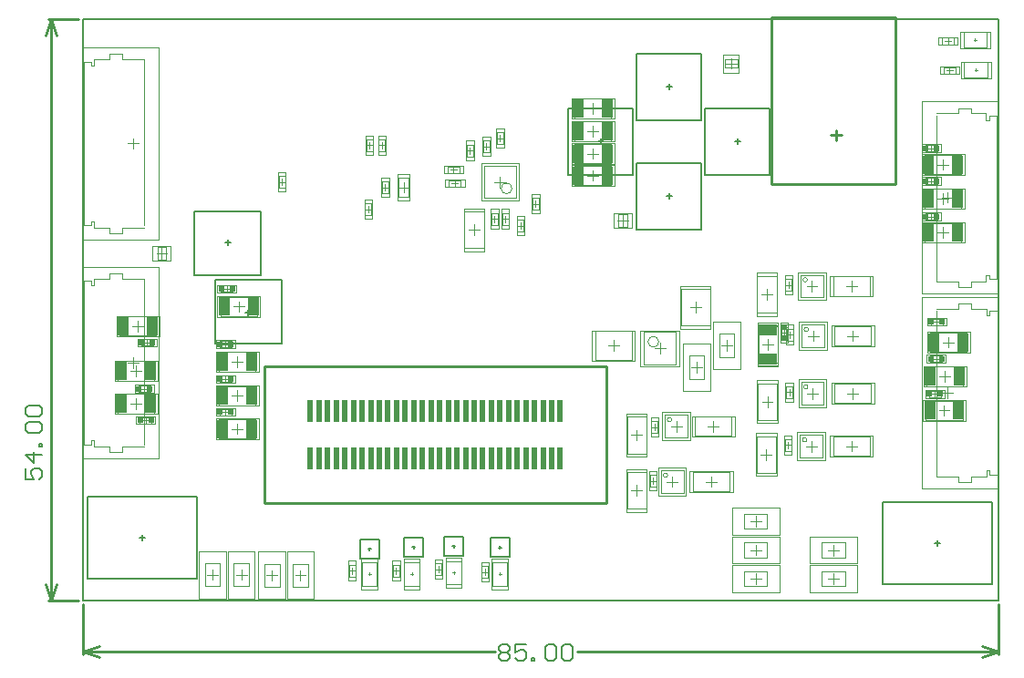
<source format=gbp>
G04 Layer_Color=128*
%FSLAX25Y25*%
%MOIN*%
G70*
G01*
G75*
%ADD18R,0.06693X0.04331*%
%ADD19R,0.04331X0.06693*%
%ADD23R,0.01968X0.02362*%
%ADD27R,0.02362X0.01968*%
%ADD42C,0.00500*%
%ADD44C,0.00394*%
%ADD45C,0.01000*%
%ADD46C,0.00197*%
%ADD47C,0.00787*%
%ADD48C,0.00600*%
%ADD76R,0.01968X0.07874*%
D18*
X250500Y88370D02*
D03*
Y99000D02*
D03*
D19*
X61815Y87331D02*
D03*
X51185D02*
D03*
X191815Y163500D02*
D03*
X181185D02*
D03*
Y180000D02*
D03*
X191815D02*
D03*
Y155500D02*
D03*
X181185D02*
D03*
Y171728D02*
D03*
X191815D02*
D03*
X61815Y62831D02*
D03*
X51185D02*
D03*
X62307Y107537D02*
D03*
X51677D02*
D03*
X61815Y74961D02*
D03*
X51185D02*
D03*
X319827Y159500D02*
D03*
X309197D02*
D03*
X319827Y147000D02*
D03*
X309197D02*
D03*
X319827Y134615D02*
D03*
X309197D02*
D03*
X320252Y69543D02*
D03*
X309622D02*
D03*
X320500Y82000D02*
D03*
X309870D02*
D03*
X14899Y100445D02*
D03*
X25529D02*
D03*
X14185Y84000D02*
D03*
X24815D02*
D03*
X14223Y72000D02*
D03*
X24853D02*
D03*
X321815Y94500D02*
D03*
X311185D02*
D03*
D23*
X256500Y96031D02*
D03*
Y99968D02*
D03*
D27*
X54138Y93831D02*
D03*
X50201D02*
D03*
X54138Y69000D02*
D03*
X50201D02*
D03*
X54630Y114037D02*
D03*
X50693D02*
D03*
X54138Y81134D02*
D03*
X50201D02*
D03*
X312150Y165500D02*
D03*
X308213D02*
D03*
X312150Y153500D02*
D03*
X308213D02*
D03*
X312150Y140500D02*
D03*
X308213D02*
D03*
X313469Y75543D02*
D03*
X309531D02*
D03*
X313968Y88500D02*
D03*
X310032D02*
D03*
X21531Y94445D02*
D03*
X25469D02*
D03*
X20531Y77500D02*
D03*
X24468D02*
D03*
X21069Y66000D02*
D03*
X25006D02*
D03*
X314138Y102000D02*
D03*
X310201D02*
D03*
D42*
X4380Y37900D02*
X41900D01*
X1900Y10302D02*
Y37900D01*
Y7900D02*
X37550D01*
X41900D01*
Y36286D02*
Y37900D01*
X1900D02*
X4380D01*
X1900Y7900D02*
Y10302D01*
X41900Y7900D02*
Y36286D01*
X21900Y21916D02*
Y23884D01*
X20916Y22900D02*
X22884D01*
X53000Y130017D02*
Y132017D01*
X52000Y131017D02*
X54000D01*
X65205Y119017D02*
Y142517D01*
X40795D02*
X65205D01*
X40795Y119017D02*
Y142517D01*
Y119017D02*
X65205D01*
X60500Y104500D02*
Y106500D01*
X59500Y105500D02*
X61500D01*
X48295Y94000D02*
Y117500D01*
Y94000D02*
X72705D01*
Y117500D01*
X48295D02*
X72705D01*
X213600Y147889D02*
X215600D01*
X214600Y146889D02*
Y148889D01*
X202600Y135684D02*
X226100D01*
Y160094D01*
X202600D02*
X226100D01*
X202600Y135684D02*
Y160094D01*
X238600Y167889D02*
X240600D01*
X239600Y166889D02*
Y168889D01*
X227600Y155684D02*
X251100D01*
Y180094D01*
X227600D02*
X251100D01*
X227600Y155684D02*
Y180094D01*
X188600Y167889D02*
X190600D01*
X189600Y166889D02*
Y168889D01*
X177600Y155684D02*
X201100D01*
Y180094D01*
X177600D02*
X201100D01*
X177600Y155684D02*
Y180094D01*
X213600Y187889D02*
X215600D01*
X214600Y186889D02*
Y188889D01*
X202600Y175684D02*
X226100D01*
Y200094D01*
X202600D02*
X226100D01*
X202600Y175684D02*
Y200094D01*
X104925Y18500D02*
Y19500D01*
X104425Y19000D02*
X105425D01*
X108425Y15500D02*
Y22500D01*
X101425Y15500D02*
X108425D01*
X101425D02*
Y22500D01*
X108425D01*
X294980Y36000D02*
X332500D01*
X292500Y8402D02*
Y36000D01*
Y6000D02*
X328150D01*
X332500D01*
Y34386D02*
Y36000D01*
X292500D02*
X294980D01*
X292500Y6000D02*
Y8402D01*
X332500Y6000D02*
Y34386D01*
X312500Y20016D02*
Y21984D01*
X311516Y21000D02*
X313484D01*
X152500Y19000D02*
Y20000D01*
X152000Y19500D02*
X153000D01*
X156000Y16000D02*
Y23000D01*
X149000Y16000D02*
X156000D01*
X149000D02*
Y23000D01*
X156000D01*
X121075Y19075D02*
Y20075D01*
X120575Y19575D02*
X121575D01*
X124575Y16075D02*
Y23075D01*
X117575Y16075D02*
X124575D01*
X117575D02*
Y23075D01*
X124575D01*
X135685Y19425D02*
Y20425D01*
X135185Y19925D02*
X136185D01*
X139185Y16425D02*
Y23425D01*
X132185Y16425D02*
X139185D01*
X132185D02*
Y23425D01*
X139185D01*
D44*
X56500Y85363D02*
Y89300D01*
X54532Y87331D02*
X58469D01*
X48626Y91072D02*
X64374D01*
X48626Y83591D02*
X64374D01*
Y91072D01*
X48626Y83591D02*
Y91072D01*
X55713Y92453D02*
Y95209D01*
X48626Y92453D02*
Y95209D01*
X55713D01*
X48626Y92453D02*
X55713D01*
X50988Y93831D02*
X53350D01*
X52169Y92650D02*
Y95013D01*
X194374Y159760D02*
Y167240D01*
X178626Y159760D02*
X194374D01*
X178626Y167240D02*
X194374D01*
X178626Y159760D02*
Y167240D01*
X184531Y163500D02*
X188469D01*
X186500Y161531D02*
Y165469D01*
Y178032D02*
Y181968D01*
X184531Y180000D02*
X188469D01*
X178626Y176260D02*
X194374D01*
X178626Y183740D02*
X194374D01*
X178626Y176260D02*
Y183740D01*
X194374Y176260D02*
Y183740D01*
Y151760D02*
Y159240D01*
X178626Y151760D02*
X194374D01*
X178626Y159240D02*
X194374D01*
X178626Y151760D02*
Y159240D01*
X184531Y155500D02*
X188469D01*
X186500Y153532D02*
Y157468D01*
Y169760D02*
Y173697D01*
X184531Y171728D02*
X188469D01*
X178626Y167988D02*
X194374D01*
X178626Y175468D02*
X194374D01*
X178626Y167988D02*
Y175468D01*
X194374Y167988D02*
Y175468D01*
X56500Y60863D02*
Y64800D01*
X54532Y62831D02*
X58469D01*
X48626Y66572D02*
X64374D01*
X48626Y59091D02*
X64374D01*
Y66572D01*
X48626Y59091D02*
Y66572D01*
X55713Y67622D02*
Y70378D01*
X48626Y67622D02*
Y70378D01*
X55713D01*
X48626Y67622D02*
X55713D01*
X50988Y69000D02*
X53350D01*
X52169Y67819D02*
Y70181D01*
X56205Y112659D02*
Y115415D01*
X49118Y112659D02*
Y115415D01*
X56205D01*
X49118Y112659D02*
X56205D01*
X51480Y114037D02*
X53843D01*
X52661Y112856D02*
Y115218D01*
X56992Y105569D02*
Y109505D01*
X55024Y107537D02*
X58961D01*
X49118Y111277D02*
X64866D01*
X49118Y103797D02*
X64866D01*
Y111277D01*
X49118Y103797D02*
Y111277D01*
X55713Y79756D02*
Y82512D01*
X48626Y79756D02*
Y82512D01*
X55713D01*
X48626Y79756D02*
X55713D01*
X50988Y81134D02*
X53350D01*
X52169Y79953D02*
Y82315D01*
X56500Y72992D02*
Y76929D01*
X54532Y74961D02*
X58469D01*
X48626Y78701D02*
X64374D01*
X48626Y71220D02*
X64374D01*
Y78701D01*
X48626Y71220D02*
Y78701D01*
X313724Y164122D02*
Y166878D01*
X306638Y164122D02*
Y166878D01*
X313724D01*
X306638Y164122D02*
X313724D01*
X309000Y165500D02*
X311362D01*
X310181Y164319D02*
Y166681D01*
X314512Y157531D02*
Y161469D01*
X312543Y159500D02*
X316480D01*
X306638Y163240D02*
X322386D01*
X306638Y155760D02*
X322386D01*
Y163240D01*
X306638Y155760D02*
Y163240D01*
X313724Y152122D02*
Y154878D01*
X306638Y152122D02*
Y154878D01*
X313724D01*
X306638Y152122D02*
X313724D01*
X309000Y153500D02*
X311362D01*
X310181Y152319D02*
Y154681D01*
X314512Y145031D02*
Y148969D01*
X312543Y147000D02*
X316480D01*
X306638Y150740D02*
X322386D01*
X306638Y143260D02*
X322386D01*
Y150740D01*
X306638Y143260D02*
Y150740D01*
X313724Y139122D02*
Y141878D01*
X306638Y139122D02*
Y141878D01*
X313724D01*
X306638Y139122D02*
X313724D01*
X309000Y140500D02*
X311362D01*
X310181Y139319D02*
Y141681D01*
X314512Y132647D02*
Y136583D01*
X312543Y134615D02*
X316480D01*
X306638Y138355D02*
X322386D01*
X306638Y130875D02*
X322386D01*
Y138355D01*
X306638Y130875D02*
Y138355D01*
X255122Y94457D02*
X257878D01*
X255122Y101543D02*
X257878D01*
Y94457D02*
Y101543D01*
X255122Y94457D02*
Y101543D01*
X256500Y96819D02*
Y99181D01*
X255319Y98000D02*
X257681D01*
X248532Y93685D02*
X252468D01*
X250500Y91716D02*
Y95653D01*
X254240Y85811D02*
Y101559D01*
X246760Y85811D02*
Y101559D01*
Y85811D02*
X254240D01*
X246760Y101559D02*
X254240D01*
X64279Y17861D02*
X74121D01*
X64279Y539D02*
X74121D01*
Y17861D01*
X64279Y539D02*
Y17861D01*
X69200Y7231D02*
Y11169D01*
X67232Y9200D02*
X71169D01*
X74679Y17861D02*
X84521D01*
X74679Y539D02*
X84521D01*
Y17861D01*
X74679Y539D02*
Y17861D01*
X79600Y7231D02*
Y11169D01*
X77631Y9200D02*
X81568D01*
X53079Y18161D02*
X62921D01*
X53079Y839D02*
X62921D01*
Y18161D01*
X53079Y839D02*
Y18161D01*
X58000Y7531D02*
Y11468D01*
X56032Y9500D02*
X59969D01*
X265839Y3079D02*
Y12921D01*
X283161Y3079D02*
Y12921D01*
X265839D02*
X283161D01*
X265839Y3079D02*
X283161D01*
X272532Y8000D02*
X276468D01*
X274500Y6032D02*
Y9968D01*
X42579Y18161D02*
X52421D01*
X42579Y839D02*
X52421D01*
Y18161D01*
X42579Y839D02*
Y18161D01*
X47500Y7531D02*
Y11468D01*
X45531Y9500D02*
X49468D01*
X265839Y13542D02*
Y23384D01*
X283161Y13542D02*
Y23384D01*
X265839D02*
X283161D01*
X265839Y13542D02*
X283161D01*
X272532Y18463D02*
X276468D01*
X274500Y16495D02*
Y20432D01*
X265032Y96835D02*
X268969D01*
X267000Y94866D02*
Y98803D01*
X248532Y93835D02*
X252468D01*
X250500Y91866D02*
Y95803D01*
X254240Y85961D02*
Y101709D01*
X246760Y85961D02*
Y101709D01*
X254240D01*
X246760Y85961D02*
X254240D01*
X281500Y94874D02*
Y98811D01*
X279532Y96842D02*
X283469D01*
X273626Y100583D02*
X289374D01*
X273626Y93102D02*
X289374D01*
X273626D02*
Y100583D01*
X289374Y93102D02*
Y100583D01*
X103156Y143115D02*
X105518D01*
X104337Y141934D02*
Y144296D01*
X102959Y139572D02*
Y146658D01*
X105715Y139572D02*
Y146658D01*
X102959Y139572D02*
X105715D01*
X102959Y146658D02*
X105715D01*
X71719Y153084D02*
X74081D01*
X72900Y151902D02*
Y154265D01*
X74278Y149540D02*
Y156627D01*
X71522Y149540D02*
Y156627D01*
X74278D01*
X71522Y149540D02*
X74278D01*
X115530Y151178D02*
X119270D01*
X117400Y149308D02*
Y153048D01*
X115235Y146453D02*
Y155902D01*
X119565Y146453D02*
Y155902D01*
X115235Y146453D02*
X119565D01*
X115235Y155902D02*
X119565D01*
X109432Y151115D02*
X111794D01*
X110613Y149934D02*
Y152296D01*
X111990Y147572D02*
Y154658D01*
X109235Y147572D02*
Y154658D01*
X111990D01*
X109235Y147572D02*
X111990D01*
X103719Y166615D02*
X106081D01*
X104900Y165434D02*
Y167796D01*
X103522Y163072D02*
Y170158D01*
X106278Y163072D02*
Y170158D01*
X103522Y163072D02*
X106278D01*
X103522Y170158D02*
X106278D01*
X108219Y166615D02*
X110581D01*
X109400Y165434D02*
Y167796D01*
X110778Y163072D02*
Y170158D01*
X108022Y163072D02*
Y170158D01*
X110778D01*
X108022Y163072D02*
X110778D01*
X152579Y151178D02*
Y155115D01*
X150610Y153147D02*
X154547D01*
X139122Y156269D02*
Y159024D01*
X132035Y156269D02*
Y159024D01*
Y156269D02*
X139122D01*
X132035Y159024D02*
X139122D01*
X134398Y157647D02*
X136760D01*
X135579Y156465D02*
Y158827D01*
X151201Y165603D02*
X153957D01*
X151201Y172690D02*
X153957D01*
X151201Y165603D02*
Y172690D01*
X153957Y165603D02*
Y172690D01*
X152579Y167965D02*
Y170328D01*
X151398Y169147D02*
X153760D01*
X153169Y136103D02*
X155925D01*
X153169Y143190D02*
X155925D01*
X153169Y136103D02*
Y143190D01*
X155925Y136103D02*
Y143190D01*
X154547Y138465D02*
Y140828D01*
X153366Y139646D02*
X155728D01*
X132535Y151268D02*
Y154024D01*
X139622Y151268D02*
Y154024D01*
X132535D02*
X139622D01*
X132535Y151268D02*
X139622D01*
X134898Y152647D02*
X137260D01*
X136079Y151465D02*
Y153828D01*
X140201Y168190D02*
X142957D01*
X140201Y161103D02*
X142957D01*
Y168190D01*
X140201Y161103D02*
Y168190D01*
X141579Y163465D02*
Y165828D01*
X140398Y164646D02*
X142760D01*
X141110Y135646D02*
X145047D01*
X143079Y133678D02*
Y137615D01*
X146819Y127772D02*
Y143520D01*
X139339Y127772D02*
Y143520D01*
X146819D01*
X139339Y127772D02*
X146819D01*
X149232Y136103D02*
X151988D01*
X149232Y143190D02*
X151988D01*
X149232Y136103D02*
Y143190D01*
X151988Y136103D02*
Y143190D01*
X150610Y138465D02*
Y140828D01*
X149429Y139646D02*
X151791D01*
X158701Y133603D02*
X161457D01*
X158701Y140690D02*
X161457D01*
X158701Y133603D02*
Y140690D01*
X161457Y133603D02*
Y140690D01*
X160079Y135965D02*
Y138328D01*
X158898Y137146D02*
X161260D01*
X164201Y148690D02*
X166957D01*
X164201Y141603D02*
X166957D01*
Y148690D01*
X164201Y141603D02*
Y148690D01*
X165579Y143965D02*
Y146328D01*
X164398Y145147D02*
X166760D01*
X146201Y162603D02*
X148957D01*
X146201Y169690D02*
X148957D01*
X146201Y162603D02*
Y169690D01*
X148957Y162603D02*
Y169690D01*
X147579Y164965D02*
Y167328D01*
X146398Y166147D02*
X148760D01*
X145622Y14043D02*
X148378D01*
X145622Y6957D02*
X148378D01*
Y14043D01*
X145622Y6957D02*
Y14043D01*
X147000Y9319D02*
Y11681D01*
X145819Y10500D02*
X148181D01*
X149547Y4188D02*
Y15212D01*
X155453Y4188D02*
Y15212D01*
X149547Y4188D02*
X155453D01*
X149547Y15212D02*
X155453D01*
X152500Y9200D02*
Y10200D01*
X152000Y9700D02*
X153000D01*
X195531Y139000D02*
X199469D01*
X197500Y137031D02*
Y140969D01*
X237000Y194532D02*
Y198468D01*
X235032Y196500D02*
X238968D01*
X211000Y90332D02*
Y94269D01*
X209032Y92300D02*
X212968D01*
X320443Y192522D02*
Y195278D01*
X313357Y192522D02*
Y195278D01*
Y192522D02*
X320443D01*
X313357Y195278D02*
X320443D01*
X315719Y193900D02*
X318081D01*
X316900Y192719D02*
Y195081D01*
X319943Y203322D02*
Y206078D01*
X312857Y203322D02*
Y206078D01*
Y203322D02*
X319943D01*
X312857Y206078D02*
X319943D01*
X315219Y204700D02*
X317581D01*
X316400Y203519D02*
Y205881D01*
X128622Y15043D02*
X131378D01*
X128622Y7957D02*
X131378D01*
Y15043D01*
X128622Y7957D02*
Y15043D01*
X130000Y10319D02*
Y12681D01*
X128819Y11500D02*
X131181D01*
X113201Y14543D02*
X115957D01*
X113201Y7457D02*
X115957D01*
Y14543D01*
X113201Y7457D02*
Y14543D01*
X114579Y9819D02*
Y12181D01*
X113398Y11000D02*
X115760D01*
X97122Y14543D02*
X99878D01*
X97122Y7457D02*
X99878D01*
Y14543D01*
X97122Y7457D02*
Y14543D01*
X98500Y9819D02*
Y12181D01*
X97319Y11000D02*
X99681D01*
X219579Y93961D02*
X229421D01*
X219579Y76639D02*
X229421D01*
Y93961D01*
X219579Y76639D02*
Y93961D01*
X224500Y83332D02*
Y87269D01*
X222532Y85300D02*
X226468D01*
X230579Y84639D02*
X240421D01*
X230579Y101961D02*
X240421D01*
X230579Y84639D02*
Y101961D01*
X240421Y84639D02*
Y101961D01*
X235500Y91331D02*
Y95268D01*
X233531Y93300D02*
X237469D01*
X132714Y4688D02*
Y15712D01*
X138619Y4688D02*
Y15712D01*
X132714Y4688D02*
X138619D01*
X132714Y15712D02*
X138619D01*
X135667Y9700D02*
Y10700D01*
X135167Y10200D02*
X136167D01*
X117381Y4188D02*
Y15212D01*
X123286Y4188D02*
Y15212D01*
X117381Y4188D02*
X123286D01*
X117381Y15212D02*
X123286D01*
X120333Y9200D02*
Y10200D01*
X119833Y9700D02*
X120833D01*
X101847Y4188D02*
Y15212D01*
X107753Y4188D02*
Y15212D01*
X101847Y4188D02*
X107753D01*
X101847Y15212D02*
X107753D01*
X104800Y9200D02*
Y10200D01*
X104300Y9700D02*
X105300D01*
X194000Y91316D02*
Y95253D01*
X192032Y93284D02*
X195968D01*
X186126Y87773D02*
X201874D01*
X186126Y98796D02*
X201874D01*
Y87773D02*
Y98796D01*
X186126Y87773D02*
Y98796D01*
X222031Y107300D02*
X225969D01*
X224000Y105332D02*
Y109268D01*
X218488Y99426D02*
Y115174D01*
X229512Y99426D02*
Y115174D01*
X218488Y99426D02*
X229512D01*
X218488Y115174D02*
X229512D01*
X320688Y208053D02*
X331712D01*
X320688Y202147D02*
X331712D01*
X320688D02*
Y208053D01*
X331712Y202147D02*
Y208053D01*
X325700Y205100D02*
X326700D01*
X326200Y204600D02*
Y205600D01*
X320988Y197053D02*
X332012D01*
X320988Y191147D02*
X332012D01*
X320988D02*
Y197053D01*
X332012Y191147D02*
Y197053D01*
X326000Y194100D02*
X327000D01*
X326500Y193600D02*
Y194600D01*
X281000Y113038D02*
Y116975D01*
X279031Y115006D02*
X282968D01*
X273126Y118746D02*
X288874D01*
X273126Y111266D02*
X288874D01*
X273126D02*
Y118746D01*
X288874Y111266D02*
Y118746D01*
X248131Y112006D02*
X252068D01*
X250100Y110038D02*
Y113975D01*
X253840Y104132D02*
Y119880D01*
X246360Y104132D02*
Y119880D01*
X253840D01*
X246360Y104132D02*
X253840D01*
X264632Y115006D02*
X268568D01*
X266600Y113038D02*
Y116975D01*
X264432Y56458D02*
X268369D01*
X266400Y54490D02*
Y58427D01*
X256522Y60502D02*
X259278D01*
X256522Y53415D02*
X259278D01*
Y60502D01*
X256522Y53415D02*
Y60502D01*
X257900Y55777D02*
Y58139D01*
X256719Y56958D02*
X259081D01*
X247932Y53458D02*
X251869D01*
X249900Y51490D02*
Y55427D01*
X253640Y45584D02*
Y61332D01*
X246160Y45584D02*
Y61332D01*
X253640D01*
X246160Y45584D02*
X253640D01*
X281000Y54532D02*
Y58469D01*
X279031Y56500D02*
X282968D01*
X273126Y60240D02*
X288874D01*
X273126Y52760D02*
X288874D01*
X273126D02*
Y60240D01*
X288874Y52760D02*
Y60240D01*
X281500Y73831D02*
Y77768D01*
X279532Y75800D02*
X283469D01*
X273626Y79540D02*
X289374D01*
X273626Y72060D02*
X289374D01*
X273626D02*
Y79540D01*
X289374Y72060D02*
Y79540D01*
X248331Y72800D02*
X252269D01*
X250300Y70832D02*
Y74769D01*
X254040Y64926D02*
Y80674D01*
X246560Y64926D02*
Y80674D01*
X254040D01*
X246560Y64926D02*
X254040D01*
X264831Y75800D02*
X268769D01*
X266800Y73831D02*
Y77768D01*
X16532Y87000D02*
X20469D01*
X18500Y85031D02*
Y88968D01*
X314134Y76102D02*
X318071D01*
X316102Y74134D02*
Y78071D01*
X316000Y145531D02*
Y149469D01*
X314032Y147500D02*
X317969D01*
X207122Y47394D02*
X209878D01*
X207122Y40307D02*
X209878D01*
Y47394D01*
X207122Y40307D02*
Y47394D01*
X208500Y42669D02*
Y45031D01*
X207319Y43850D02*
X209681D01*
X213531Y43500D02*
X217469D01*
X215500Y41532D02*
Y45469D01*
X207622Y67043D02*
X210378D01*
X207622Y59957D02*
X210378D01*
Y67043D01*
X207622Y59957D02*
Y67043D01*
X209000Y62319D02*
Y64681D01*
X207819Y63500D02*
X210181D01*
X200532Y60538D02*
X204468D01*
X202500Y58569D02*
Y62506D01*
X206240Y52664D02*
Y68412D01*
X198760Y52664D02*
Y68412D01*
X206240D01*
X198760Y52664D02*
X206240D01*
X257122Y100878D02*
X259878D01*
X257122Y93791D02*
X259878D01*
Y100878D01*
X257122Y93791D02*
Y100878D01*
X258500Y96153D02*
Y98516D01*
X257319Y97335D02*
X259681D01*
X256722Y119050D02*
X259478D01*
X256722Y111963D02*
X259478D01*
Y119050D01*
X256722Y111963D02*
Y119050D01*
X258100Y114325D02*
Y116687D01*
X256919Y115506D02*
X259281D01*
X256922Y79843D02*
X259678D01*
X256922Y72757D02*
X259678D01*
Y79843D01*
X256922Y72757D02*
Y79843D01*
X258300Y75119D02*
Y77481D01*
X257119Y76300D02*
X259481D01*
X200532Y40300D02*
X204468D01*
X202500Y38331D02*
Y42268D01*
X206240Y32426D02*
Y48174D01*
X198760Y32426D02*
Y48174D01*
X206240D01*
X198760Y32426D02*
X206240D01*
X230500Y61803D02*
Y65740D01*
X228532Y63772D02*
X232469D01*
X222626Y67512D02*
X238374D01*
X222626Y60031D02*
X238374D01*
X222626D02*
Y67512D01*
X238374Y60031D02*
Y67512D01*
X215032Y63772D02*
X218969D01*
X217000Y61803D02*
Y65740D01*
X229815Y41532D02*
Y45469D01*
X227847Y43500D02*
X231784D01*
X221941Y47240D02*
X237689D01*
X221941Y39760D02*
X237689D01*
X221941D02*
Y47240D01*
X237689Y39760D02*
Y47240D01*
X26961Y127075D02*
X30898D01*
X28929Y125106D02*
Y129043D01*
X18500Y165220D02*
Y169158D01*
X16532Y167189D02*
X20469D01*
X314937Y67575D02*
Y71512D01*
X312968Y69543D02*
X316905D01*
X307063Y73283D02*
X322811D01*
X307063Y65803D02*
X322811D01*
Y73283D01*
X307063Y65803D02*
Y73283D01*
X315043Y74165D02*
Y76921D01*
X307957Y74165D02*
Y76921D01*
X315043D01*
X307957Y74165D02*
X315043D01*
X310319Y75543D02*
X312681D01*
X311500Y74362D02*
Y76724D01*
X315185Y80032D02*
Y83969D01*
X313216Y82000D02*
X317154D01*
X307311Y85740D02*
X323059D01*
X307311Y78260D02*
X323059D01*
Y85740D01*
X307311Y78260D02*
Y85740D01*
X315543Y87122D02*
Y89878D01*
X308457Y87122D02*
Y89878D01*
X315543D01*
X308457Y87122D02*
X315543D01*
X310819Y88500D02*
X313181D01*
X312000Y87319D02*
Y89681D01*
X19957Y93067D02*
Y95823D01*
X27043Y93067D02*
Y95823D01*
X19957Y93067D02*
X27043D01*
X19957Y95823D02*
X27043D01*
X22319Y94445D02*
X24681D01*
X23500Y93264D02*
Y95626D01*
X20214Y98476D02*
Y102413D01*
X18246Y100445D02*
X22183D01*
X12340Y96705D02*
X28088D01*
X12340Y104185D02*
X28088D01*
X12340Y96705D02*
Y104185D01*
X28088Y96705D02*
Y104185D01*
X18957Y76122D02*
Y78878D01*
X26043Y76122D02*
Y78878D01*
X18957Y76122D02*
X26043D01*
X18957Y78878D02*
X26043D01*
X21319Y77500D02*
X23681D01*
X22500Y76319D02*
Y78681D01*
X19500Y82032D02*
Y85969D01*
X17531Y84000D02*
X21468D01*
X11626Y80260D02*
X27374D01*
X11626Y87740D02*
X27374D01*
X11626Y80260D02*
Y87740D01*
X27374Y80260D02*
Y87740D01*
X19494Y64622D02*
Y67378D01*
X26581Y64622D02*
Y67378D01*
X19494Y64622D02*
X26581D01*
X19494Y67378D02*
X26581D01*
X21857Y66000D02*
X24219D01*
X23038Y64819D02*
Y67181D01*
X19538Y70031D02*
Y73968D01*
X17569Y72000D02*
X21506D01*
X11664Y68260D02*
X27412D01*
X11664Y75740D02*
X27412D01*
X11664Y68260D02*
Y75740D01*
X27412Y68260D02*
Y75740D01*
X315713Y100622D02*
Y103378D01*
X308626Y100622D02*
Y103378D01*
X315713D01*
X308626Y100622D02*
X315713D01*
X310988Y102000D02*
X313350D01*
X312169Y100819D02*
Y103181D01*
X316500Y92532D02*
Y96469D01*
X314531Y94500D02*
X318468D01*
X308626Y98240D02*
X324374D01*
X308626Y90760D02*
X324374D01*
Y98240D01*
X308626Y90760D02*
Y98240D01*
X237339Y3079D02*
Y12921D01*
X254661Y3079D02*
Y12921D01*
X237339D02*
X254661D01*
X237339Y3079D02*
X254661D01*
X244032Y8000D02*
X247969D01*
X246000Y6032D02*
Y9968D01*
X237339Y13579D02*
Y23421D01*
X254661Y13579D02*
Y23421D01*
X237339D02*
X254661D01*
X237339Y13579D02*
X254661D01*
X244032Y18500D02*
X247969D01*
X246000Y16532D02*
Y20469D01*
X237339Y24079D02*
Y33921D01*
X254661Y24079D02*
Y33921D01*
X237339D02*
X254661D01*
X237339Y24079D02*
X254661D01*
X244032Y29000D02*
X247969D01*
X246000Y27031D02*
Y30968D01*
X265327Y99197D02*
G03*
X265327Y99197I-787J0D01*
G01*
X156909Y150784D02*
G03*
X156909Y150784I-1969J0D01*
G01*
X210606Y94662D02*
G03*
X210606Y94662I-1969J0D01*
G01*
X264927Y117368D02*
G03*
X264927Y117368I-787J0D01*
G01*
X264727Y58820D02*
G03*
X264727Y58820I-787J0D01*
G01*
X265127Y78162D02*
G03*
X265127Y78162I-787J0D01*
G01*
X213827Y45862D02*
G03*
X213827Y45862I-787J0D01*
G01*
X215327Y66134D02*
G03*
X215327Y66134I-787J0D01*
G01*
X49807Y90875D02*
X63193D01*
X49807Y83788D02*
X63193D01*
Y90875D01*
X49807Y83788D02*
Y90875D01*
X54335Y92650D02*
Y95013D01*
X50004Y92650D02*
Y95013D01*
X54335D01*
X50004Y92650D02*
X54335D01*
X193193Y159957D02*
Y167043D01*
X179807Y159957D02*
X193193D01*
X179807D02*
Y167043D01*
X193193D01*
X179807Y176457D02*
X193193D01*
X179807Y183543D02*
X193193D01*
X179807Y176457D02*
Y183543D01*
X193193Y176457D02*
Y183543D01*
Y151957D02*
Y159043D01*
X179807Y151957D02*
X193193D01*
X179807D02*
Y159043D01*
X193193D01*
X179807Y168185D02*
X193193D01*
X179807Y175272D02*
X193193D01*
X179807Y168185D02*
Y175272D01*
X193193Y168185D02*
Y175272D01*
X49807Y66375D02*
X63193D01*
X49807Y59288D02*
X63193D01*
Y66375D01*
X49807Y59288D02*
Y66375D01*
X54335Y67819D02*
Y70181D01*
X50004Y67819D02*
Y70181D01*
X54335D01*
X50004Y67819D02*
X54335D01*
X54827Y112856D02*
Y115218D01*
X50496Y112856D02*
Y115218D01*
X54827D01*
X50496Y112856D02*
X54827D01*
X50299Y111080D02*
X63685D01*
X50299Y103994D02*
X63685D01*
Y111080D01*
X50299Y103994D02*
Y111080D01*
X54335Y79953D02*
Y82315D01*
X50004Y79953D02*
Y82315D01*
X54335D01*
X50004Y79953D02*
X54335D01*
X49807Y78504D02*
X63193D01*
X49807Y71417D02*
X63193D01*
Y78504D01*
X49807Y71417D02*
Y78504D01*
X312346Y164319D02*
Y166681D01*
X308016Y164319D02*
Y166681D01*
X312346D01*
X308016Y164319D02*
X312346D01*
X307819Y163043D02*
X321205D01*
X307819Y155957D02*
X321205D01*
Y163043D01*
X307819Y155957D02*
Y163043D01*
X312346Y152319D02*
Y154681D01*
X308016Y152319D02*
Y154681D01*
X312346D01*
X308016Y152319D02*
X312346D01*
X307819Y150543D02*
X321205D01*
X307819Y143457D02*
X321205D01*
Y150543D01*
X307819Y143457D02*
Y150543D01*
X312346Y139319D02*
Y141681D01*
X308016Y139319D02*
Y141681D01*
X312346D01*
X308016Y139319D02*
X312346D01*
X307819Y138158D02*
X321205D01*
X307819Y131072D02*
X321205D01*
Y138158D01*
X307819Y131072D02*
Y138158D01*
X255319Y95835D02*
X257681D01*
X255319Y100165D02*
X257681D01*
Y95835D02*
Y100165D01*
X255319Y95835D02*
Y100165D01*
X254043Y86992D02*
Y100378D01*
X246957Y86992D02*
Y100378D01*
Y86992D02*
X254043D01*
X246957Y100378D02*
X254043D01*
X66444Y13432D02*
X71956D01*
X66444Y4968D02*
X71956D01*
Y13432D01*
X66444Y4968D02*
Y13432D01*
X76844D02*
X82356D01*
X76844Y4968D02*
X82356D01*
Y13432D01*
X76844Y4968D02*
Y13432D01*
X55244Y13732D02*
X60756D01*
X55244Y5268D02*
X60756D01*
Y13732D01*
X55244Y5268D02*
Y13732D01*
X270268Y5244D02*
Y10756D01*
X278732Y5244D02*
Y10756D01*
X270268D02*
X278732D01*
X270268Y5244D02*
X278732D01*
X44744Y13732D02*
X50256D01*
X44744Y5268D02*
X50256D01*
Y13732D01*
X44744Y5268D02*
Y13732D01*
X270268Y15707D02*
Y21219D01*
X278732Y15707D02*
Y21219D01*
X270268D02*
X278732D01*
X270268Y15707D02*
X278732D01*
X262866Y92701D02*
Y100969D01*
X271134Y92701D02*
Y100969D01*
X262866D02*
X271134D01*
X262866Y92701D02*
X271134D01*
X254043Y87142D02*
Y100528D01*
X246957Y87142D02*
Y100528D01*
X254043D01*
X246957Y87142D02*
X254043D01*
X274807Y100386D02*
X288193D01*
X274807Y93299D02*
X288193D01*
X274807D02*
Y100386D01*
X288193Y93299D02*
Y100386D01*
X103156Y140950D02*
Y145280D01*
X105518Y140950D02*
Y145280D01*
X103156Y140950D02*
X105518D01*
X103156Y145280D02*
X105518D01*
X74081Y150918D02*
Y155249D01*
X71719Y150918D02*
Y155249D01*
X74081D01*
X71719Y150918D02*
X74081D01*
X115530Y147733D02*
Y154623D01*
X119270Y147733D02*
Y154623D01*
X115530Y147733D02*
X119270D01*
X115530Y154623D02*
X119270D01*
X111794Y148950D02*
Y153280D01*
X109432Y148950D02*
Y153280D01*
X111794D01*
X109432Y148950D02*
X111794D01*
X103719Y164450D02*
Y168780D01*
X106081Y164450D02*
Y168780D01*
X103719Y164450D02*
X106081D01*
X103719Y168780D02*
X106081D01*
X110581Y164450D02*
Y168780D01*
X108219Y164450D02*
Y168780D01*
X110581D01*
X108219Y164450D02*
X110581D01*
X146673Y159052D02*
X158484D01*
X146673Y147241D02*
X158484D01*
X146673D02*
Y159052D01*
X158484Y147241D02*
Y159052D01*
X137744Y156465D02*
Y158827D01*
X133413Y156465D02*
Y158827D01*
Y156465D02*
X137744D01*
X133413Y158827D02*
X137744D01*
X151398Y166981D02*
X153760D01*
X151398Y171312D02*
X153760D01*
X151398Y166981D02*
Y171312D01*
X153760Y166981D02*
Y171312D01*
X153366Y137481D02*
X155728D01*
X153366Y141812D02*
X155728D01*
X153366Y137481D02*
Y141812D01*
X155728Y137481D02*
Y141812D01*
X133913Y151465D02*
Y153828D01*
X138244Y151465D02*
Y153828D01*
X133913D02*
X138244D01*
X133913Y151465D02*
X138244D01*
X140398Y166812D02*
X142760D01*
X140398Y162481D02*
X142760D01*
Y166812D01*
X140398Y162481D02*
Y166812D01*
X146622Y128954D02*
Y142339D01*
X139535Y128954D02*
Y142339D01*
X146622D01*
X139535Y128954D02*
X146622D01*
X149429Y137481D02*
X151791D01*
X149429Y141812D02*
X151791D01*
X149429Y137481D02*
Y141812D01*
X151791Y137481D02*
Y141812D01*
X158898Y134981D02*
X161260D01*
X158898Y139312D02*
X161260D01*
X158898Y134981D02*
Y139312D01*
X161260Y134981D02*
Y139312D01*
X164398Y147312D02*
X166760D01*
X164398Y142981D02*
X166760D01*
Y147312D01*
X164398Y142981D02*
Y147312D01*
X146398Y163981D02*
X148760D01*
X146398Y168312D02*
X148760D01*
X146398Y163981D02*
Y168312D01*
X148760Y163981D02*
Y168312D01*
X145819Y12665D02*
X148181D01*
X145819Y8335D02*
X148181D01*
Y12665D01*
X145819Y8335D02*
Y12665D01*
X149744Y5468D02*
Y13932D01*
X155256Y5468D02*
Y13932D01*
X149744Y5468D02*
X155256D01*
X149744Y13932D02*
X155256D01*
X195925Y136638D02*
Y141362D01*
X199075D01*
Y136638D02*
Y141362D01*
X195925Y136638D02*
X199075D01*
X234638Y198075D02*
X239362D01*
Y194925D02*
Y198075D01*
X234638Y194925D02*
X239362D01*
X234638D02*
Y198075D01*
X205095Y86395D02*
X216905D01*
X205095Y98206D02*
X216905D01*
Y86395D02*
Y98206D01*
X205095Y86395D02*
Y98206D01*
X319065Y192719D02*
Y195081D01*
X314735Y192719D02*
Y195081D01*
Y192719D02*
X319065D01*
X314735Y195081D02*
X319065D01*
X318565Y203519D02*
Y205881D01*
X314235Y203519D02*
Y205881D01*
Y203519D02*
X318565D01*
X314235Y205881D02*
X318565D01*
X128819Y13665D02*
X131181D01*
X128819Y9335D02*
X131181D01*
Y13665D01*
X128819Y9335D02*
Y13665D01*
X113398Y13165D02*
X115760D01*
X113398Y8835D02*
X115760D01*
Y13165D01*
X113398Y8835D02*
Y13165D01*
X97319D02*
X99681D01*
X97319Y8835D02*
X99681D01*
Y13165D01*
X97319Y8835D02*
Y13165D01*
X221744Y89532D02*
X227256D01*
X221744Y81068D02*
X227256D01*
Y89532D01*
X221744Y81068D02*
Y89532D01*
X232744Y89068D02*
X238256D01*
X232744Y97532D02*
X238256D01*
X232744Y89068D02*
Y97532D01*
X238256Y89068D02*
Y97532D01*
X132911Y5968D02*
Y14432D01*
X138423Y5968D02*
Y14432D01*
X132911Y5968D02*
X138423D01*
X132911Y14432D02*
X138423D01*
X117577Y5468D02*
Y13932D01*
X123089Y5468D02*
Y13932D01*
X117577Y5468D02*
X123089D01*
X117577Y13932D02*
X123089D01*
X102044Y5468D02*
Y13932D01*
X107556Y5468D02*
Y13932D01*
X102044Y5468D02*
X107556D01*
X102044Y13932D02*
X107556D01*
X187307Y87969D02*
X200693D01*
X187307Y98599D02*
X200693D01*
Y87969D02*
Y98599D01*
X187307Y87969D02*
Y98599D01*
X218685Y100607D02*
Y113993D01*
X229315Y100607D02*
Y113993D01*
X218685Y100607D02*
X229315D01*
X218685Y113993D02*
X229315D01*
X321968Y207856D02*
X330432D01*
X321968Y202344D02*
X330432D01*
X321968D02*
Y207856D01*
X330432Y202344D02*
Y207856D01*
X322268Y196856D02*
X330732D01*
X322268Y191344D02*
X330732D01*
X322268D02*
Y196856D01*
X330732Y191344D02*
Y196856D01*
X274307Y118550D02*
X287693D01*
X274307Y111463D02*
X287693D01*
X274307D02*
Y118550D01*
X287693Y111463D02*
Y118550D01*
X253643Y105313D02*
Y118699D01*
X246557Y105313D02*
Y118699D01*
X253643D01*
X246557Y105313D02*
X253643D01*
X262466Y110872D02*
Y119140D01*
X270734Y110872D02*
Y119140D01*
X262466D02*
X270734D01*
X262466Y110872D02*
X270734D01*
X262266Y52324D02*
Y60592D01*
X270534Y52324D02*
Y60592D01*
X262266D02*
X270534D01*
X262266Y52324D02*
X270534D01*
X256719Y59124D02*
X259081D01*
X256719Y54793D02*
X259081D01*
Y59124D01*
X256719Y54793D02*
Y59124D01*
X253443Y46765D02*
Y60151D01*
X246357Y46765D02*
Y60151D01*
X253443D01*
X246357Y46765D02*
X253443D01*
X274307Y60043D02*
X287693D01*
X274307Y52957D02*
X287693D01*
X274307D02*
Y60043D01*
X287693Y52957D02*
Y60043D01*
X274807Y79343D02*
X288193D01*
X274807Y72257D02*
X288193D01*
X274807D02*
Y79343D01*
X288193Y72257D02*
Y79343D01*
X253843Y66107D02*
Y79493D01*
X246757Y66107D02*
Y79493D01*
X253843D01*
X246757Y66107D02*
X253843D01*
X262666Y71666D02*
Y79934D01*
X270934Y71666D02*
Y79934D01*
X262666D02*
X270934D01*
X262666Y71666D02*
X270934D01*
X14465Y56291D02*
X22339D01*
X9741Y54323D02*
X14465D01*
X4229Y56291D02*
Y58652D01*
X3048D02*
X4229D01*
X3048Y57078D02*
Y58652D01*
X292Y57078D02*
X3048D01*
X14465Y54323D02*
Y56291D01*
X9741Y54323D02*
Y56291D01*
X4230D02*
X9741D01*
X4230Y117709D02*
X9741D01*
Y119677D01*
X14465Y117709D02*
Y119677D01*
X292Y116922D02*
X3048D01*
Y115348D02*
Y116922D01*
Y115348D02*
X4229D01*
Y117710D01*
X9741Y119677D02*
X14465D01*
X14465Y117710D02*
X22339D01*
X292Y57079D02*
Y116922D01*
X22339Y57079D02*
Y117710D01*
X312263Y106812D02*
X320138D01*
X320137Y108780D02*
X324862D01*
X330373Y104450D02*
Y106812D01*
Y104450D02*
X331554D01*
Y106025D01*
X334310D01*
X320137Y106811D02*
Y108780D01*
X324862Y106811D02*
Y108780D01*
Y106811D02*
X330372D01*
X324862Y45394D02*
X330372D01*
X324862Y43425D02*
Y45394D01*
X320137Y43425D02*
Y45394D01*
X331554Y46180D02*
X334310D01*
X331554D02*
Y47755D01*
X330373D02*
X331554D01*
X330373Y45393D02*
Y47755D01*
X320137Y43425D02*
X324862D01*
X312263Y45393D02*
X320138D01*
X334310Y46180D02*
Y106024D01*
X312263Y45393D02*
Y106024D01*
X312161Y116790D02*
Y177421D01*
X334208Y117578D02*
Y177421D01*
X312161Y116790D02*
X320035D01*
X320035Y114823D02*
X324759D01*
X330271Y116790D02*
Y119152D01*
X331452D01*
Y117578D02*
Y119152D01*
Y117578D02*
X334208D01*
X320035Y114823D02*
Y116791D01*
X324759Y114823D02*
Y116791D01*
X330270D01*
X324759Y178209D02*
X330270D01*
X324759D02*
Y180177D01*
X320035Y178209D02*
Y180177D01*
X331452Y177422D02*
X334208D01*
X331452Y175848D02*
Y177422D01*
X330271Y175848D02*
X331452D01*
X330271D02*
Y178209D01*
X320035Y180177D02*
X324759D01*
X312161Y178209D02*
X320035D01*
X207319Y46016D02*
X209681D01*
X207319Y41685D02*
X209681D01*
Y46016D01*
X207319Y41685D02*
Y46016D01*
X211366Y39366D02*
Y47634D01*
X219634Y39366D02*
Y47634D01*
X211366D02*
X219634D01*
X211366Y39366D02*
X219634D01*
X207819Y65665D02*
X210181D01*
X207819Y61335D02*
X210181D01*
Y65665D01*
X207819Y61335D02*
Y65665D01*
X206043Y53845D02*
Y67231D01*
X198957Y53845D02*
Y67231D01*
X206043D01*
X198957Y53845D02*
X206043D01*
X257319Y99500D02*
X259681D01*
X257319Y95169D02*
X259681D01*
Y99500D01*
X257319Y95169D02*
Y99500D01*
X256919Y117672D02*
X259281D01*
X256919Y113341D02*
X259281D01*
Y117672D01*
X256919Y113341D02*
Y117672D01*
X257119Y78465D02*
X259481D01*
X257119Y74135D02*
X259481D01*
Y78465D01*
X257119Y74135D02*
Y78465D01*
X206043Y33607D02*
Y46993D01*
X198957Y33607D02*
Y46993D01*
X206043D01*
X198957Y33607D02*
X206043D01*
X223807Y67315D02*
X237193D01*
X223807Y60228D02*
X237193D01*
X223807D02*
Y67315D01*
X237193Y60228D02*
Y67315D01*
X212866Y59638D02*
Y67905D01*
X221134Y59638D02*
Y67905D01*
X212866D02*
X221134D01*
X212866Y59638D02*
X221134D01*
X223122Y47043D02*
X236508D01*
X223122Y39957D02*
X236508D01*
X223122D02*
Y47043D01*
X236508Y39957D02*
Y47043D01*
X27354Y124713D02*
Y129437D01*
X30504D01*
Y124713D02*
Y129437D01*
X27354Y124713D02*
X30504D01*
X22339Y137268D02*
Y197898D01*
X292Y137268D02*
Y197111D01*
X14465Y197898D02*
X22339D01*
X9741Y199866D02*
X14465D01*
X4229Y195537D02*
Y197898D01*
X3048Y195537D02*
X4229D01*
X3048D02*
Y197111D01*
X292D02*
X3048D01*
X14465Y197898D02*
Y199866D01*
X9741Y197898D02*
Y199866D01*
X4230Y197898D02*
X9741D01*
X4230Y136480D02*
X9741D01*
Y134512D02*
Y136480D01*
X14465Y134512D02*
Y136480D01*
X292Y137267D02*
X3048D01*
Y138841D01*
X4229D01*
Y136479D02*
Y138841D01*
X9741Y134512D02*
X14465D01*
X14465Y136479D02*
X22339D01*
X308244Y73087D02*
X321630D01*
X308244Y66000D02*
X321630D01*
Y73087D01*
X308244Y66000D02*
Y73087D01*
X313665Y74362D02*
Y76724D01*
X309335Y74362D02*
Y76724D01*
X313665D01*
X309335Y74362D02*
X313665D01*
X308492Y85543D02*
X321878D01*
X308492Y78457D02*
X321878D01*
Y85543D01*
X308492Y78457D02*
Y85543D01*
X314165Y87319D02*
Y89681D01*
X309835Y87319D02*
Y89681D01*
X314165D01*
X309835Y87319D02*
X314165D01*
X21335Y93264D02*
Y95626D01*
X25665Y93264D02*
Y95626D01*
X21335Y93264D02*
X25665D01*
X21335Y95626D02*
X25665D01*
X13521Y96902D02*
X26907D01*
X13521Y103988D02*
X26907D01*
X13521Y96902D02*
Y103988D01*
X26907Y96902D02*
Y103988D01*
X20335Y76319D02*
Y78681D01*
X24665Y76319D02*
Y78681D01*
X20335Y76319D02*
X24665D01*
X20335Y78681D02*
X24665D01*
X12807Y80457D02*
X26193D01*
X12807Y87543D02*
X26193D01*
X12807Y80457D02*
Y87543D01*
X26193Y80457D02*
Y87543D01*
X20873Y64819D02*
Y67181D01*
X25203Y64819D02*
Y67181D01*
X20873Y64819D02*
X25203D01*
X20873Y67181D02*
X25203D01*
X12845Y68457D02*
X26231D01*
X12845Y75543D02*
X26231D01*
X12845Y68457D02*
Y75543D01*
X26231Y68457D02*
Y75543D01*
X314335Y100819D02*
Y103181D01*
X310004Y100819D02*
Y103181D01*
X314335D01*
X310004Y100819D02*
X314335D01*
X309807Y98043D02*
X323193D01*
X309807Y90957D02*
X323193D01*
Y98043D01*
X309807Y90957D02*
Y98043D01*
X241768Y5244D02*
Y10756D01*
X250232Y5244D02*
Y10756D01*
X241768D02*
X250232D01*
X241768Y5244D02*
X250232D01*
X241768Y15744D02*
Y21256D01*
X250232Y15744D02*
Y21256D01*
X241768D02*
X250232D01*
X241768Y15744D02*
X250232D01*
X241768Y26244D02*
Y31756D01*
X250232Y26244D02*
Y31756D01*
X241768D02*
X250232D01*
X241768Y26244D02*
X250232D01*
D45*
X66437Y35827D02*
Y85827D01*
Y35827D02*
X191437D01*
Y85827D01*
X66437D02*
X191437D01*
X251878Y213496D02*
X297153D01*
Y152472D02*
Y213496D01*
X251878Y152472D02*
X297153D01*
X251878D02*
Y213496D01*
X273532Y170189D02*
X277468D01*
X275500Y168220D02*
Y172158D01*
X334646Y-19500D02*
Y-1394D01*
X0Y-19500D02*
Y-1394D01*
X180818Y-18500D02*
X334646D01*
X0D02*
X150627D01*
X328646Y-16500D02*
X334646Y-18500D01*
X328646Y-20500D02*
X334646Y-18500D01*
X0D02*
X6000Y-20500D01*
X0Y-18500D02*
X6000Y-16500D01*
X-12500Y212598D02*
X-1394D01*
X-12500Y0D02*
X-1394D01*
X-11500Y106299D02*
Y212598D01*
Y0D02*
Y106299D01*
X-13500Y206598D02*
X-11500Y212598D01*
X-9500Y206598D01*
X-11500Y0D02*
X-9500Y6000D01*
X-13500D02*
X-11500Y0D01*
D46*
X261882Y101953D02*
X272118D01*
X261882Y91716D02*
Y101953D01*
X272118Y91716D02*
Y101953D01*
X261882Y91716D02*
X272118D01*
X145689Y160036D02*
X159468D01*
Y146257D02*
Y160036D01*
X145689Y146257D02*
Y160036D01*
Y146257D02*
X159468D01*
X194153Y136244D02*
Y141756D01*
X200847D01*
Y136244D02*
Y141756D01*
X194153Y136244D02*
X200847D01*
X234244Y199846D02*
X239756D01*
Y193154D02*
Y199846D01*
X234244Y193154D02*
X239756D01*
X234244D02*
Y199846D01*
X203716Y85804D02*
X218284D01*
X203716Y98796D02*
X218284D01*
Y85804D02*
Y98796D01*
X203716Y85804D02*
Y98796D01*
X261482Y120124D02*
X271718D01*
X261482Y109888D02*
Y120124D01*
X271718Y109888D02*
Y120124D01*
X261482Y109888D02*
X271718D01*
X261282Y61576D02*
X271518D01*
X261282Y51340D02*
Y61576D01*
X271518Y51340D02*
Y61576D01*
X261282Y51340D02*
X271518D01*
X261682Y80918D02*
X271918D01*
X261682Y70682D02*
Y80918D01*
X271918Y70682D02*
Y80918D01*
X261682Y70682D02*
X271918D01*
X-102Y51961D02*
X27850D01*
X-102D02*
Y122039D01*
X27850Y51961D02*
Y122039D01*
X-102D02*
X27850D01*
X306752Y111142D02*
X334705D01*
Y41063D02*
Y111142D01*
X306752Y41063D02*
Y111142D01*
Y41063D02*
X334705D01*
X306650Y112461D02*
X334602D01*
X306650D02*
Y182539D01*
X334602Y112461D02*
Y182539D01*
X306650D02*
X334602D01*
X210382Y48618D02*
X220618D01*
X210382Y38382D02*
Y48618D01*
X220618Y38382D02*
Y48618D01*
X210382Y38382D02*
X220618D01*
X211882Y68890D02*
X222118D01*
X211882Y58653D02*
Y68890D01*
X222118Y58653D02*
Y68890D01*
X211882Y58653D02*
X222118D01*
X25583Y124319D02*
Y129831D01*
X32276D01*
Y124319D02*
Y129831D01*
X25583Y124319D02*
X32276D01*
X-102Y202228D02*
X27850D01*
Y132150D02*
Y202228D01*
X-102Y132150D02*
Y202228D01*
Y132150D02*
X27850D01*
D47*
X0Y0D02*
Y212598D01*
X334646D01*
Y0D02*
Y212598D01*
X0Y0D02*
X334646D01*
D48*
X152227Y-17101D02*
X153227Y-16101D01*
X155226D01*
X156226Y-17101D01*
Y-18100D01*
X155226Y-19100D01*
X156226Y-20100D01*
Y-21099D01*
X155226Y-22099D01*
X153227D01*
X152227Y-21099D01*
Y-20100D01*
X153227Y-19100D01*
X152227Y-18100D01*
Y-17101D01*
X153227Y-19100D02*
X155226D01*
X162224Y-16101D02*
X158225D01*
Y-19100D01*
X160225Y-18100D01*
X161224D01*
X162224Y-19100D01*
Y-21099D01*
X161224Y-22099D01*
X159225D01*
X158225Y-21099D01*
X164223Y-22099D02*
Y-21099D01*
X165223D01*
Y-22099D01*
X164223D01*
X169222Y-17101D02*
X170221Y-16101D01*
X172221D01*
X173220Y-17101D01*
Y-21099D01*
X172221Y-22099D01*
X170221D01*
X169222Y-21099D01*
Y-17101D01*
X175220D02*
X176219Y-16101D01*
X178219D01*
X179218Y-17101D01*
Y-21099D01*
X178219Y-22099D01*
X176219D01*
X175220Y-21099D01*
Y-17101D01*
X-20998Y48499D02*
Y44500D01*
X-17999D01*
X-18999Y46499D01*
Y47499D01*
X-17999Y48499D01*
X-16000D01*
X-15000Y47499D01*
Y45500D01*
X-16000Y44500D01*
X-15000Y53497D02*
X-20998D01*
X-17999Y50498D01*
Y54497D01*
X-15000Y56496D02*
X-16000D01*
Y57496D01*
X-15000D01*
Y56496D01*
X-19998Y61494D02*
X-20998Y62494D01*
Y64494D01*
X-19998Y65493D01*
X-16000D01*
X-15000Y64494D01*
Y62494D01*
X-16000Y61494D01*
X-19998D01*
Y67493D02*
X-20998Y68492D01*
Y70492D01*
X-19998Y71491D01*
X-16000D01*
X-15000Y70492D01*
Y68492D01*
X-16000Y67493D01*
X-19998D01*
D76*
X146260Y69488D02*
D03*
X149409D02*
D03*
X92716D02*
D03*
X95866D02*
D03*
X83268D02*
D03*
X86417D02*
D03*
X83268Y52165D02*
D03*
X86417D02*
D03*
X89567D02*
D03*
X92716D02*
D03*
X95866D02*
D03*
X99016D02*
D03*
X102165D02*
D03*
X105315D02*
D03*
X108465D02*
D03*
X111614D02*
D03*
X114764D02*
D03*
X117913D02*
D03*
X121063D02*
D03*
X124213D02*
D03*
X127362D02*
D03*
X130512D02*
D03*
X133661D02*
D03*
X136811D02*
D03*
X139961D02*
D03*
X143110D02*
D03*
X146260D02*
D03*
X149409D02*
D03*
X152559D02*
D03*
X155709D02*
D03*
X158858D02*
D03*
X162008D02*
D03*
X165157D02*
D03*
X168307D02*
D03*
X171457D02*
D03*
X174606D02*
D03*
X89567Y69488D02*
D03*
X99016D02*
D03*
X108465D02*
D03*
X111614D02*
D03*
X114764D02*
D03*
X117913D02*
D03*
X121063D02*
D03*
X124213D02*
D03*
X127362D02*
D03*
X130512D02*
D03*
X133661D02*
D03*
X136811D02*
D03*
X139961D02*
D03*
X143110D02*
D03*
X152559D02*
D03*
X162008D02*
D03*
X171457D02*
D03*
X174606D02*
D03*
X155709D02*
D03*
X105315D02*
D03*
X102165D02*
D03*
X158858D02*
D03*
X168307D02*
D03*
X165157D02*
D03*
M02*

</source>
